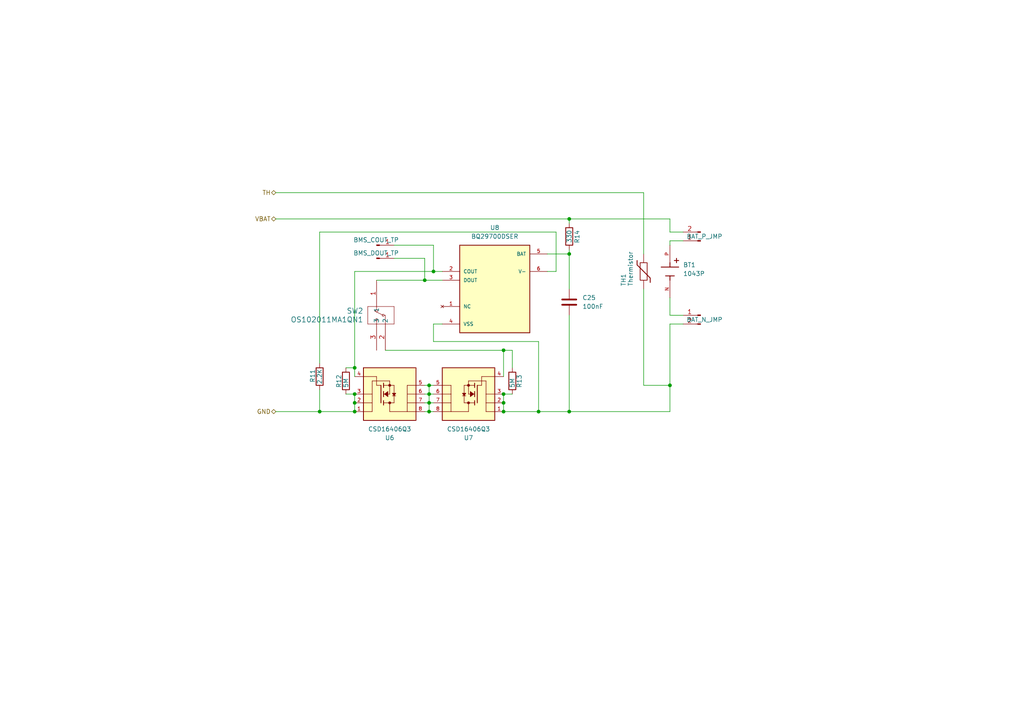
<source format=kicad_sch>
(kicad_sch (version 20250114) (generator "eeschema") (generator_version "9.0")
  (paper "A4")
  (lib_symbols
    (symbol "Connector:Conn_01x01_Pin" (pin_names (offset 1.016) (hide yes))
      (property "Reference" "J" (at 0 2.54 0))
      (property "Value" "Conn_01x01_Pin" (at 0 -2.54 0))
      (symbol "Conn_01x01_Pin_1_1"
        (rectangle (start 0.8636 0.127) (end 0 -0.127) (stroke (width 0.1524)) (fill (type outline)))
        (polyline (pts (xy 1.27 0) (xy 0.8636 0)) (stroke (width 0.1524)))
        (pin passive line (at 5.08 0 180) (length 3.81) (name "Pin_1") (number "1"))
      )
    )
    (symbol "Connector:Conn_01x02_Pin" (pin_names (offset 1.016) (hide yes))
      (property "Reference" "J" (at 0 2.54 0))
      (property "Value" "Conn_01x02_Pin" (at 0 -5.08 0))
      (symbol "Conn_01x02_Pin_1_1"
        (rectangle (start 0.8636 0.127) (end 0 -0.127) (stroke (width 0.1524)) (fill (type outline)))
        (rectangle (start 0.8636 -2.413) (end 0 -2.667) (stroke (width 0.1524)) (fill (type outline)))
        (polyline (pts (xy 1.27 0) (xy 0.8636 0)) (stroke (width 0.1524)))
        (polyline (pts (xy 1.27 -2.54) (xy 0.8636 -2.54)) (stroke (width 0.1524)))
        (pin passive line (at 5.08 0 180) (length 3.81) (name "Pin_1") (number "1"))
        (pin passive line (at 5.08 -2.54 180) (length 3.81) (name "Pin_2") (number "2"))
      )
    )
    (symbol "Device:C" (pin_numbers (hide yes)) (pin_names (offset 0.254))
      (property "Reference" "C" (at 0.635 2.54 0))
      (property "Value" "C" (at 0.635 -2.54 0))
      (symbol "C_0_1"
        (polyline (pts (xy -2.032 0.762) (xy 2.032 0.762)) (stroke (width 0.508)))
        (polyline (pts (xy -2.032 -0.762) (xy 2.032 -0.762)) (stroke (width 0.508)))
      )
      (symbol "C_1_1"
        (pin passive line (at 0 3.81 270) (length 2.794) (name "~") (number "1"))
        (pin passive line (at 0 -3.81 90) (length 2.794) (name "~") (number "2"))
      )
    )
    (symbol "Device:R" (pin_numbers (hide yes)) (pin_names (offset 0))
      (property "Reference" "R" (at 2.032 0 90))
      (property "Value" "R" (at 0 0 90))
      (symbol "R_0_1"
        (rectangle (start -1.016 -2.54) (end 1.016 2.54) (stroke (width 0.254)))
      )
      (symbol "R_1_1"
        (pin passive line (at 0 3.81 270) (length 1.27) (name "~") (number "1"))
        (pin passive line (at 0 -3.81 90) (length 1.27) (name "~") (number "2"))
      )
    )
    (symbol "Device:Thermistor" (pin_numbers (hide yes)) (pin_names (offset 0))
      (property "Reference" "TH" (at 2.54 1.27 90))
      (property "Value" "Thermistor" (at -2.54 0 90))
      (symbol "Thermistor_0_1"
        (polyline (pts (xy -1.905 3.175) (xy -1.905 1.905) (xy 1.905 -1.905) (xy 1.905 -3.175) (xy 1.905 -3.175)) (stroke (width 0.254)))
        (rectangle (start -1.016 2.54) (end 1.016 -2.54) (stroke (width 0.2032)))
      )
      (symbol "Thermistor_1_1"
        (pin passive line (at 0 5.08 270) (length 2.54) (name "~") (number "1"))
        (pin passive line (at 0 -5.08 90) (length 2.54) (name "~") (number "2"))
      )
    )
    (symbol "pfornage-kicad-lib:1043P" (pin_names (offset 1.016))
      (property "Reference" "BT" (at -3.81 3.81 0))
      (property "Value" "1043P" (at -3.81 -5.08 0))
      (symbol "1043P_0_0"
        (polyline (pts (xy -3.81 1.905) (xy -2.54 1.905)) (stroke (width 0.254)))
        (polyline (pts (xy -3.175 2.54) (xy -3.175 1.27)) (stroke (width 0.254)))
        (polyline (pts (xy -1.27 2.54) (xy -1.27 0)) (stroke (width 0.254)))
        (polyline (pts (xy -1.27 0) (xy -2.54 0)) (stroke (width 0.254)))
        (polyline (pts (xy -1.27 0) (xy -1.27 -2.54)) (stroke (width 0.254)))
        (polyline (pts (xy 1.27 1.27) (xy 1.27 0)) (stroke (width 0.254)))
        (polyline (pts (xy 1.27 0) (xy 1.27 -1.27)) (stroke (width 0.254)))
        (polyline (pts (xy 1.27 0) (xy 2.54 0)) (stroke (width 0.254)))
        (pin passive line (at -7.62 0 0) (length 5.08) (name "~") (number "P"))
        (pin passive line (at 7.62 0 180) (length 5.08) (name "~") (number "N"))
      )
    )
    (symbol "pfornage-kicad-lib:BQ29700DSER" (pin_names (offset 1.016))
      (property "Reference" "U" (at -10.16 13.208 0))
      (property "Value" "BQ29700DSER" (at -10.16 -15.24 0))
      (symbol "BQ29700DSER_0_0"
        (rectangle (start -10.16 -12.7) (end 10.16 12.7) (stroke (width 0.254)) (fill (type background)))
        (pin power_in line (at -15.24 10.16 0) (length 5.08) (name "BAT") (number "5"))
        (pin bidirectional line (at -15.24 5.08 0) (length 5.08) (name "V-") (number "6"))
        (pin output line (at 15.24 5.08 180) (length 5.08) (name "COUT") (number "2"))
        (pin output line (at 15.24 2.54 180) (length 5.08) (name "DOUT") (number "3"))
        (pin no_connect line (at 15.24 -5.08 180) (length 5.08) (name "NC") (number "1"))
        (pin power_in line (at 15.24 -10.16 180) (length 5.08) (name "VSS") (number "4"))
      )
    )
    (symbol "pfornage-kicad-lib:CSD16406Q3" (pin_names (offset 1.016))
      (property "Reference" "U" (at -7.62 8.382 0))
      (property "Value" "CSD16406Q3" (at -7.62 -8.382 0))
      (symbol "CSD16406Q3_0_0"
        (polyline (pts (xy -7.62 5.08) (xy -5.08 5.08)) (stroke (width 0.1524)))
        (polyline (pts (xy -7.62 2.54) (xy -5.08 2.54)) (stroke (width 0.1524)))
        (polyline (pts (xy -7.62 -5.08) (xy -3.81 -5.08)) (stroke (width 0.1524)))
        (rectangle (start -7.62 -7.62) (end 7.62 7.62) (stroke (width 0.254)) (fill (type background)))
        (polyline (pts (xy -5.08 5.08) (xy -5.08 2.54)) (stroke (width 0.1524)))
        (polyline (pts (xy -5.08 2.54) (xy -5.08 0)) (stroke (width 0.1524)))
        (polyline (pts (xy -5.08 0) (xy -7.62 0)) (stroke (width 0.1524)))
        (polyline (pts (xy -5.08 0) (xy -5.08 -3.81)) (stroke (width 0.1524)))
        (polyline (pts (xy -5.08 -3.81) (xy 0 -3.81)) (stroke (width 0.1524)))
        (polyline (pts (xy -3.81 -2.54) (xy -2.54 -2.54)) (stroke (width 0.1524)))
        (polyline (pts (xy -3.81 -5.08) (xy -3.81 -2.54)) (stroke (width 0.1524)))
        (polyline (pts (xy -2.54 2.54) (xy -2.54 -2.54)) (stroke (width 0.254)))
        (polyline (pts (xy -1.778 3.175) (xy -1.778 2.54)) (stroke (width 0.254)))
        (polyline (pts (xy -1.778 2.54) (xy -1.778 1.905)) (stroke (width 0.254)))
        (polyline (pts (xy -1.778 2.54) (xy 0 2.54)) (stroke (width 0.1524)))
        (polyline (pts (xy -1.778 0.762) (xy -1.778 0)) (stroke (width 0.254)))
        (polyline (pts (xy -1.778 0) (xy -1.778 -0.762)) (stroke (width 0.254)))
        (polyline (pts (xy -1.778 0) (xy 0 0)) (stroke (width 0.1524)))
        (polyline (pts (xy -1.778 -1.905) (xy -1.778 -2.54)) (stroke (width 0.254)))
        (polyline (pts (xy -1.778 -2.54) (xy -1.778 -3.175)) (stroke (width 0.254)))
        (polyline (pts (xy -1.524 0) (xy -0.508 0.762) (xy -0.508 -0.762) (xy -1.524 0)) (stroke (width 0.1524)) (fill (type outline)))
        (polyline (pts (xy 0 5.08) (xy 0 2.54)) (stroke (width 0.1524)))
        (circle (center 0 2.54) (radius 0.2032) (stroke (width 0.4064)))
        (polyline (pts (xy 0 2.54) (xy 1.27 2.54)) (stroke (width 0.1524)))
        (polyline (pts (xy 0 0) (xy 0 -2.54)) (stroke (width 0.1524)))
        (polyline (pts (xy 0 -2.54) (xy -1.778 -2.54)) (stroke (width 0.1524)))
        (polyline (pts (xy 0 -2.54) (xy 1.27 -2.54)) (stroke (width 0.1524)))
        (circle (center 0 -2.54) (radius 0.2032) (stroke (width 0.4064)))
        (polyline (pts (xy 0 -3.81) (xy 0 -2.54)) (stroke (width 0.1524)))
        (polyline (pts (xy 1.27 2.54) (xy 1.27 0.508)) (stroke (width 0.1524)))
        (polyline (pts (xy 1.27 0.508) (xy 0.762 0.508)) (stroke (width 0.1524)))
        (polyline (pts (xy 1.27 0.508) (xy 1.27 -2.54)) (stroke (width 0.1524)))
        (polyline (pts (xy 1.27 0.508) (xy 0.762 -0.254) (xy 1.778 -0.254) (xy 1.27 0.508)) (stroke (width 0.1524)) (fill (type outline)))
        (polyline (pts (xy 1.778 0.508) (xy 1.27 0.508)) (stroke (width 0.1524)))
        (polyline (pts (xy 5.08 5.08) (xy 0 5.08)) (stroke (width 0.1524)))
        (polyline (pts (xy 5.08 5.08) (xy 7.62 5.08)) (stroke (width 0.1524)))
        (polyline (pts (xy 5.08 2.54) (xy 5.08 5.08)) (stroke (width 0.1524)))
        (polyline (pts (xy 5.08 2.54) (xy 7.62 2.54)) (stroke (width 0.1524)))
        (polyline (pts (xy 5.08 0) (xy 5.08 2.54)) (stroke (width 0.1524)))
        (polyline (pts (xy 5.08 0) (xy 7.62 0)) (stroke (width 0.1524)))
        (polyline (pts (xy 5.08 -2.54) (xy 5.08 0)) (stroke (width 0.1524)))
        (polyline (pts (xy 5.08 -2.54) (xy 7.62 -2.54)) (stroke (width 0.1524)))
        (pin passive line (at -10.16 5.08 0) (length 2.54) (name "~") (number "1"))
        (pin passive line (at -10.16 2.54 0) (length 2.54) (name "~") (number "2"))
        (pin passive line (at -10.16 0 0) (length 2.54) (name "~") (number "3"))
        (pin passive line (at -10.16 -5.08 0) (length 2.54) (name "~") (number "4"))
        (pin passive line (at 10.16 5.08 180) (length 2.54) (name "~") (number "8"))
        (pin passive line (at 10.16 2.54 180) (length 2.54) (name "~") (number "7"))
        (pin passive line (at 10.16 0 180) (length 2.54) (name "~") (number "6"))
        (pin passive line (at 10.16 -2.54 180) (length 2.54) (name "~") (number "5"))
      )
    )
    (symbol "pfornage-kicad-lib:OS102011MA1QN1" (pin_names (offset 0.254))
      (property "Reference" "SW" (at 10.16 7.62 0))
      (property "Value" "OS102011MA1QN1" (at 10.16 5.08 0))
      (symbol "OS102011MA1QN1_0_1"
        (polyline (pts (xy 7.62 2.54) (xy 7.62 -5.08)) (stroke (width 0.127)))
        (polyline (pts (xy 7.62 0) (xy 8.5725 0)) (stroke (width 0.127)))
        (polyline (pts (xy 7.62 -5.08) (xy 12.7 -5.08)) (stroke (width 0.127)))
        (circle (center 8.89 0) (radius 0.3048) (stroke (width 0.127)))
        (polyline (pts (xy 10.16 -1.905) (xy 8.89 0.635)) (stroke (width 0.127)))
        (circle (center 10.16 -1.905) (radius 0.3048) (stroke (width 0.127)))
        (polyline (pts (xy 10.16 -2.54) (xy 10.16 -2.2098)) (stroke (width 0.127)))
        (polyline (pts (xy 10.16 -2.54) (xy 12.7 -2.54)) (stroke (width 0.127)))
        (circle (center 11.43 0) (radius 0.3048) (stroke (width 0.127)))
        (polyline (pts (xy 11.7475 0) (xy 12.7 0)) (stroke (width 0.127)))
        (polyline (pts (xy 12.7 2.54) (xy 7.62 2.54)) (stroke (width 0.127)))
        (polyline (pts (xy 12.7 -5.08) (xy 12.7 2.54)) (stroke (width 0.127)))
        (pin unspecified line (at 0 0 0) (length 7.62) (name "1") (number "1"))
        (pin unspecified line (at 20.32 0 180) (length 7.62) (name "3") (number "3"))
        (pin unspecified line (at 20.32 -2.54 180) (length 7.62) (name "2") (number "2"))
      )
    )
  )
  (junction (at 92.71 119.38))
  (junction (at 102.87 116.84))
  (junction (at 165.1 73.66))
  (junction (at 156.21 119.38))
  (junction (at 102.87 106.68))
  (junction (at 194.31 111.76))
  (junction (at 124.46 119.38))
  (junction (at 124.46 116.84))
  (junction (at 165.1 119.38))
  (junction (at 125.73 78.74))
  (junction (at 146.05 119.38))
  (junction (at 124.46 114.3))
  (junction (at 124.46 111.76))
  (junction (at 102.87 114.3))
  (junction (at 165.1 63.5))
  (junction (at 146.05 114.3))
  (junction (at 146.05 101.6))
  (junction (at 123.19 81.28))
  (junction (at 146.05 116.84))
  (junction (at 102.87 119.38))
  (wire (pts (xy 186.69 73.66) (xy 186.69 55.88)))
  (wire (pts (xy 92.71 119.38) (xy 102.87 119.38)))
  (wire (pts (xy 146.05 114.3) (xy 148.59 114.3)))
  (wire (pts (xy 92.71 119.38) (xy 92.71 113.03)))
  (wire (pts (xy 194.31 67.31) (xy 198.12 67.31)))
  (wire (pts (xy 80.01 55.88) (xy 186.69 55.88)))
  (wire (pts (xy 123.19 74.93) (xy 123.19 81.28)))
  (wire (pts (xy 102.87 106.68) (xy 102.87 78.74)))
  (wire (pts (xy 114.3 74.93) (xy 123.19 74.93)))
  (wire (pts (xy 102.87 109.22) (xy 102.87 106.68)))
  (wire (pts (xy 165.1 91.44) (xy 165.1 119.38)))
  (wire (pts (xy 148.59 101.6) (xy 146.05 101.6)))
  (wire (pts (xy 146.05 119.38) (xy 156.21 119.38)))
  (wire (pts (xy 194.31 119.38) (xy 194.31 111.76)))
  (wire (pts (xy 194.31 63.5) (xy 194.31 67.31)))
  (wire (pts (xy 146.05 101.6) (xy 111.76 101.6)))
  (wire (pts (xy 161.29 78.74) (xy 158.75 78.74)))
  (wire (pts (xy 125.73 99.06) (xy 156.21 99.06)))
  (wire (pts (xy 109.22 81.28) (xy 123.19 81.28)))
  (wire (pts (xy 123.19 111.76) (xy 124.46 111.76)))
  (wire (pts (xy 194.31 69.85) (xy 194.31 71.12)))
  (wire (pts (xy 124.46 114.3) (xy 125.73 114.3)))
  (wire (pts (xy 102.87 116.84) (xy 102.87 119.38)))
  (wire (pts (xy 123.19 81.28) (xy 128.27 81.28)))
  (wire (pts (xy 146.05 109.22) (xy 146.05 101.6)))
  (wire (pts (xy 165.1 119.38) (xy 194.31 119.38)))
  (wire (pts (xy 194.31 86.36) (xy 194.31 91.44)))
  (wire (pts (xy 165.1 73.66) (xy 165.1 83.82)))
  (wire (pts (xy 194.31 91.44) (xy 198.12 91.44)))
  (wire (pts (xy 186.69 83.82) (xy 186.69 111.76)))
  (wire (pts (xy 80.01 119.38) (xy 92.71 119.38)))
  (wire (pts (xy 146.05 114.3) (xy 146.05 116.84)))
  (wire (pts (xy 100.33 106.68) (xy 102.87 106.68)))
  (wire (pts (xy 92.71 67.31) (xy 161.29 67.31)))
  (wire (pts (xy 125.73 78.74) (xy 128.27 78.74)))
  (wire (pts (xy 165.1 63.5) (xy 194.31 63.5)))
  (wire (pts (xy 124.46 116.84) (xy 125.73 116.84)))
  (wire (pts (xy 100.33 114.3) (xy 102.87 114.3)))
  (wire (pts (xy 102.87 78.74) (xy 125.73 78.74)))
  (wire (pts (xy 128.27 93.98) (xy 125.73 93.98)))
  (wire (pts (xy 194.31 93.98) (xy 194.31 111.76)))
  (wire (pts (xy 165.1 63.5) (xy 80.01 63.5)))
  (wire (pts (xy 125.73 71.12) (xy 125.73 78.74)))
  (wire (pts (xy 194.31 93.98) (xy 198.12 93.98)))
  (wire (pts (xy 114.3 71.12) (xy 125.73 71.12)))
  (wire (pts (xy 102.87 114.3) (xy 102.87 116.84)))
  (wire (pts (xy 92.71 105.41) (xy 92.71 67.31)))
  (wire (pts (xy 165.1 63.5) (xy 165.1 64.77)))
  (wire (pts (xy 124.46 114.3) (xy 124.46 111.76)))
  (wire (pts (xy 148.59 101.6) (xy 148.59 106.68)))
  (wire (pts (xy 186.69 111.76) (xy 194.31 111.76)))
  (wire (pts (xy 124.46 111.76) (xy 125.73 111.76)))
  (wire (pts (xy 158.75 73.66) (xy 165.1 73.66)))
  (wire (pts (xy 165.1 73.66) (xy 165.1 72.39)))
  (wire (pts (xy 156.21 119.38) (xy 165.1 119.38)))
  (wire (pts (xy 123.19 116.84) (xy 124.46 116.84)))
  (wire (pts (xy 198.12 69.85) (xy 194.31 69.85)))
  (wire (pts (xy 124.46 119.38) (xy 125.73 119.38)))
  (wire (pts (xy 156.21 99.06) (xy 156.21 119.38)))
  (wire (pts (xy 125.73 93.98) (xy 125.73 99.06)))
  (wire (pts (xy 146.05 116.84) (xy 146.05 119.38)))
  (wire (pts (xy 123.19 119.38) (xy 124.46 119.38)))
  (wire (pts (xy 124.46 119.38) (xy 124.46 116.84)))
  (wire (pts (xy 123.19 114.3) (xy 124.46 114.3)))
  (wire (pts (xy 161.29 67.31) (xy 161.29 78.74)))
  (wire (pts (xy 124.46 116.84) (xy 124.46 114.3)))
  (hierarchical_label "TH" (shape bidirectional) (at 80.01 55.88 180))
  (hierarchical_label "VBAT" (shape bidirectional) (at 80.01 63.5 180))
  (hierarchical_label "GND" (shape bidirectional) (at 80.01 119.38 180))
  (symbol (lib_id "pfornage-kicad-lib:OS102011MA1QN1") (at 109.22 81.28 90) (mirror x) (unit 1)
    (property "Reference" "SW2" (at 105.41 90.1699 90) (effects (font (size 1.524 1.524)) (justify left)))
    (property "Value" "OS102011MA1QN1" (at 105.41 92.7099 90) (effects (font (size 1.524 1.524)) (justify left)))
    (property "Footprint" "pfornage-kicad-lib:OS102011MA1QN1_CNK" (effects (hide yes)))
    (property "Datasheet" "OS102011MA1QN1" (effects (hide yes)))
  )
  (symbol (lib_id "Connector:Conn_01x02_Pin") (at 203.2 69.85 180) (unit 1)
    (property "Reference" "J17" (effects (hide yes)))
    (property "Value" "BAT_P_JMP" (at 204.343 68.58 0))
    (property "Footprint" "Connector_PinSocket_2.54mm:PinSocket_1x02_P2.54mm_Vertical" (effects (hide yes)))
    (property "Description" "Generic connector, single row, 01x02, script generated" (effects (hide yes)))
  )
  (symbol (lib_id "Device:R") (at 92.71 109.22 0) (unit 1)
    (property "Reference" "R11" (at 90.678 110.9979 90) (effects (justify left)))
    (property "Value" "2.2K" (at 92.71 109.2199 90))
    (property "Footprint" "Resistor_SMD:R_0603_1608Metric" (effects (hide yes)))
    (property "Description" "Resistor" (effects (hide yes)))
  )
  (symbol (lib_id "Connector:Conn_01x02_Pin") (at 203.2 91.44 0) (mirror y) (unit 1)
    (property "Reference" "J18" (effects (hide yes)))
    (property "Value" "BAT_N_JMP" (at 204.343 92.71 0))
    (property "Footprint" "Connector_PinSocket_2.54mm:PinSocket_1x02_P2.54mm_Vertical" (effects (hide yes)))
    (property "Description" "Generic connector, single row, 01x02, script generated" (effects (hide yes)))
  )
  (symbol (lib_id "Device:R") (at 148.59 110.49 0) (mirror y) (unit 1)
    (property "Reference" "R13" (at 150.622 112.5219 90) (effects (justify left)))
    (property "Value" "5M" (at 148.59 112.5219 90) (effects (justify left)))
    (property "Footprint" "Resistor_SMD:R_0603_1608Metric" (effects (hide yes)))
    (property "Description" "Resistor" (effects (hide yes)))
  )
  (symbol (lib_id "Connector:Conn_01x01_Pin") (at 109.22 74.93 0) (mirror x) (unit 1)
    (property "Reference" "J16" (effects (hide yes)))
    (property "Value" "BMS_DOUT_TP" (at 109.093 73.406 0))
    (property "Footprint" "Connector_PinHeader_2.54mm:PinHeader_1x01_P2.54mm_Vertical" (effects (hide yes)))
    (property "Description" "Generic connector, single row, 01x01, script generated" (effects (hide yes)))
  )
  (symbol (lib_id "Device:R") (at 165.1 68.58 0) (unit 1)
    (property "Reference" "R14" (at 167.386 70.6119 90) (effects (justify left)))
    (property "Value" "330" (at 165.1 68.5799 90))
    (property "Footprint" "Resistor_SMD:R_0603_1608Metric" (effects (hide yes)))
    (property "Description" "Resistor" (effects (hide yes)))
  )
  (symbol (lib_id "pfornage-kicad-lib:CSD16406Q3") (at 113.03 114.3 0) (mirror x) (unit 1)
    (property "Reference" "U6" (at 113.03 127 0))
    (property "Value" "CSD16406Q3" (at 113.03 124.46 0))
    (property "Footprint" "pfornage-kicad-lib:TRANS_CSD16406Q3" (effects (hide yes)))
    (property "Description" "25V, N ch NexFET MOSFET, single SON3x3, 7.4mOhm 8-VSON-CLIP -55 to 150" (effects (hide yes)))
    (property "MF" "Texas Instruments" (effects (hide yes)))
    (property "MOUSER-PURCHASE-URL" "https://snapeda.com/shop?store=Mouser&id=288071" (effects (hide yes)))
    (property "DESCRIPTION" "25V, N ch NexFET MOSFET, single SON3x3, 7.4mOhm 8-VSON-CLIP -55 to 150" (effects (hide yes)))
    (property "PACKAGE" "VSON-CLIP-8 Texas Instruments" (effects (hide yes)))
    (property "PRICE" "None" (effects (hide yes)))
    (property "MP" "CSD16406Q3" (effects (hide yes)))
    (property "TEXAS_INSTRUMENTS-PURCHASE-URL" "https://snapeda.com/shop?store=Texas+Instruments&id=288071" (effects (hide yes)))
    (property "AVAILABILITY" "Good" (effects (hide yes)))
    (property "DIGIKEY-PURCHASE-URL" "https://snapeda.com/shop?store=DigiKey&id=288071" (effects (hide yes)))
  )
  (symbol (lib_id "Connector:Conn_01x01_Pin") (at 109.22 71.12 0) (mirror x) (unit 1)
    (property "Reference" "J15" (effects (hide yes)))
    (property "Value" "BMS_COUT_TP" (at 109.093 69.596 0))
    (property "Footprint" "Connector_PinHeader_2.54mm:PinHeader_1x01_P2.54mm_Vertical" (effects (hide yes)))
    (property "Description" "Generic connector, single row, 01x01, script generated" (effects (hide yes)))
  )
  (symbol (lib_id "pfornage-kicad-lib:CSD16406Q3") (at 135.89 114.3 180) (unit 1)
    (property "Reference" "U7" (at 135.89 127 0))
    (property "Value" "CSD16406Q3" (at 135.89 124.46 0))
    (property "Footprint" "pfornage-kicad-lib:TRANS_CSD16406Q3" (effects (hide yes)))
    (property "Description" "25V, N ch NexFET MOSFET, single SON3x3, 7.4mOhm 8-VSON-CLIP -55 to 150" (effects (hide yes)))
    (property "MF" "Texas Instruments" (effects (hide yes)))
    (property "MOUSER-PURCHASE-URL" "https://snapeda.com/shop?store=Mouser&id=288071" (effects (hide yes)))
    (property "DESCRIPTION" "25V, N ch NexFET MOSFET, single SON3x3, 7.4mOhm 8-VSON-CLIP -55 to 150" (effects (hide yes)))
    (property "PACKAGE" "VSON-CLIP-8 Texas Instruments" (effects (hide yes)))
    (property "PRICE" "None" (effects (hide yes)))
    (property "MP" "CSD16406Q3" (effects (hide yes)))
    (property "TEXAS_INSTRUMENTS-PURCHASE-URL" "https://snapeda.com/shop?store=Texas+Instruments&id=288071" (effects (hide yes)))
    (property "AVAILABILITY" "Good" (effects (hide yes)))
    (property "DIGIKEY-PURCHASE-URL" "https://snapeda.com/shop?store=DigiKey&id=288071" (effects (hide yes)))
  )
  (symbol (lib_id "pfornage-kicad-lib:1043P") (at 194.31 78.74 270) (unit 1)
    (property "Reference" "BT1" (at 198.12 76.8349 90) (effects (justify left)))
    (property "Value" "1043P" (at 198.12 79.3749 90) (effects (justify left)))
    (property "Footprint" "pfornage-kicad-lib:BAT_1043P" (effects (hide yes)))
    (property "MF" "Keystone Electronics" (effects (hide yes)))
    (property "MAXIMUM_PACKAGE_HEIGHT" "15.11mm" (effects (hide yes)))
    (property "Package" "None" (effects (hide yes)))
    (property "Price" "None" (effects (hide yes)))
    (property "Check_prices" "https://www.snapeda.com/parts/1043P/Keystone/view-part/?ref=eda" (effects (hide yes)))
    (property "STANDARD" "Manufacturer Recommendations" (effects (hide yes)))
    (property "PARTREV" "D" (effects (hide yes)))
    (property "SnapEDA_Link" "https://www.snapeda.com/parts/1043P/Keystone/view-part/?ref=snap" (effects (hide yes)))
    (property "MP" "1043P" (effects (hide yes)))
    (property "Description_1" "Battery Holder; Polarized; THM; For Cell 18650 | Keystone Electronics 1043P" (effects (hide yes)))
    (property "MANUFACTURER" "Keystone" (effects (hide yes)))
    (property "Availability" "In Stock" (effects (hide yes)))
    (property "SNAPEDA_PN" "1043P" (effects (hide yes)))
  )
  (symbol (lib_id "Device:R") (at 100.33 110.49 0) (unit 1)
    (property "Reference" "R12" (at 98.298 112.5219 90) (effects (justify left)))
    (property "Value" "5M" (at 100.33 112.5219 90) (effects (justify left)))
    (property "Footprint" "Resistor_SMD:R_0603_1608Metric" (effects (hide yes)))
    (property "Description" "Resistor" (effects (hide yes)))
  )
  (symbol (lib_id "pfornage-kicad-lib:BQ29700DSER") (at 143.51 83.82 0) (mirror y) (unit 1)
    (property "Reference" "U8" (at 143.51 66.04 0))
    (property "Value" "BQ29700DSER" (at 143.51 68.58 0))
    (property "Footprint" "pfornage-kicad-lib:SON50P150X150X80-6N" (effects (hide yes)))
    (property "PARTREV" "G" (effects (hide yes)))
    (property "STANDARD" "IPC-7351B" (effects (hide yes)))
    (property "MAXIMUM_PACKAGE_HEIGHT" "0.8mm" (effects (hide yes)))
    (property "MANUFACTURER" "Texas Instruments" (effects (hide yes)))
  )
  (symbol (lib_id "Device:C") (at 165.1 87.63 180) (unit 1)
    (property "Reference" "C25" (at 168.91 86.3599 0) (effects (justify right)))
    (property "Value" "100nF" (at 168.91 88.8999 0) (effects (justify right)))
    (property "Footprint" "Capacitor_SMD:C_0603_1608Metric" (effects (hide yes)))
    (property "Description" "Unpolarized capacitor" (effects (hide yes)))
  )
  (symbol (lib_id "Device:Thermistor") (at 186.69 78.74 0) (unit 1)
    (property "Reference" "TH1" (at 180.848 83.0579 90) (effects (justify left)))
    (property "Value" "Thermistor" (at 182.88 83.0579 90) (effects (justify left)))
    (property "Footprint" "Resistor_SMD:R_0402_1005Metric" (effects (hide yes)))
    (property "Description" "Temperature dependent resistor" (effects (hide yes)))
  )
)
</source>
